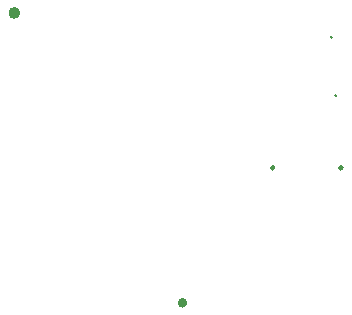
<source format=gbr>
%TF.GenerationSoftware,KiCad,Pcbnew,8.0.0*%
%TF.CreationDate,2024-03-08T03:35:26+01:00*%
%TF.ProjectId,pd65hotplate_esp32,70643635-686f-4747-906c-6174655f6573,rev?*%
%TF.SameCoordinates,Original*%
%TF.FileFunction,Other,Comment*%
%FSLAX46Y46*%
G04 Gerber Fmt 4.6, Leading zero omitted, Abs format (unit mm)*
G04 Created by KiCad (PCBNEW 8.0.0) date 2024-03-08 03:35:26*
%MOMM*%
%LPD*%
G01*
G04 APERTURE LIST*
%ADD10C,0.250000*%
%ADD11C,0.150000*%
%ADD12C,0.400000*%
%ADD13C,0.500000*%
G04 APERTURE END LIST*
D10*
%TO.C,USB1*%
X54910000Y-52155000D02*
G75*
G02*
X54670000Y-52155000I-120000J0D01*
G01*
X54670000Y-52155000D02*
G75*
G02*
X54910000Y-52155000I120000J0D01*
G01*
X49130000Y-52155000D02*
G75*
G02*
X48890000Y-52155000I-120000J0D01*
G01*
X48890000Y-52155000D02*
G75*
G02*
X49130000Y-52155000I120000J0D01*
G01*
D11*
%TO.C,U6*%
X54410000Y-46050000D02*
G75*
G02*
X54270000Y-46050000I-70000J0D01*
G01*
X54270000Y-46050000D02*
G75*
G02*
X54410000Y-46050000I70000J0D01*
G01*
%TO.C,U4*%
X54045000Y-41110000D02*
G75*
G02*
X53905000Y-41110000I-70000J0D01*
G01*
X53905000Y-41110000D02*
G75*
G02*
X54045000Y-41110000I70000J0D01*
G01*
D12*
%TO.C,U3*%
X41570000Y-63580000D02*
G75*
G02*
X41170000Y-63580000I-200000J0D01*
G01*
X41170000Y-63580000D02*
G75*
G02*
X41570000Y-63580000I200000J0D01*
G01*
D13*
%TO.C,U2*%
X27385000Y-39045000D02*
G75*
G02*
X26885000Y-39045000I-250000J0D01*
G01*
X26885000Y-39045000D02*
G75*
G02*
X27385000Y-39045000I250000J0D01*
G01*
%TD*%
M02*

</source>
